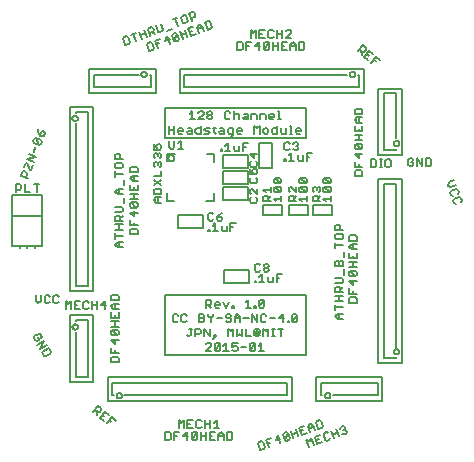
<source format=gto>
G75*
%MOIN*%
%OFA0B0*%
%FSLAX24Y24*%
%IPPOS*%
%LPD*%
%AMOC8*
5,1,8,0,0,1.08239X$1,22.5*
%
%ADD10C,0.0060*%
%ADD11C,0.0050*%
D10*
X003144Y002006D02*
X003311Y002205D01*
X003411Y002121D01*
X003417Y002060D01*
X003361Y001994D01*
X003300Y001988D01*
X003200Y002072D01*
X003266Y002016D02*
X003277Y001894D01*
X003370Y001816D02*
X003503Y001705D01*
X003596Y001627D02*
X003763Y001826D01*
X003896Y001715D01*
X003746Y001671D02*
X003679Y001727D01*
X003520Y001860D02*
X003454Y001916D01*
X003537Y002016D02*
X003370Y001816D01*
X003537Y002016D02*
X003670Y001904D01*
X003732Y003675D02*
X003732Y003805D01*
X003775Y003848D01*
X003949Y003848D01*
X003992Y003805D01*
X003992Y003675D01*
X003732Y003675D01*
X003732Y003969D02*
X003732Y004143D01*
X003862Y004056D02*
X003862Y003969D01*
X003992Y003969D02*
X003732Y003969D01*
X003862Y004264D02*
X003862Y004438D01*
X003992Y004394D02*
X003732Y004394D01*
X003862Y004264D01*
X003949Y004559D02*
X003775Y004559D01*
X003732Y004602D01*
X003732Y004689D01*
X003775Y004732D01*
X003949Y004559D01*
X003992Y004602D01*
X003992Y004689D01*
X003949Y004732D01*
X003775Y004732D01*
X003732Y004853D02*
X003992Y004853D01*
X003862Y004853D02*
X003862Y005027D01*
X003862Y005148D02*
X003862Y005235D01*
X003992Y005321D02*
X003992Y005148D01*
X003732Y005148D01*
X003732Y005321D01*
X003818Y005443D02*
X003732Y005529D01*
X003818Y005616D01*
X003992Y005616D01*
X003992Y005737D02*
X003992Y005867D01*
X003949Y005911D01*
X003775Y005911D01*
X003732Y005867D01*
X003732Y005737D01*
X003992Y005737D01*
X003862Y005616D02*
X003862Y005443D01*
X003818Y005443D02*
X003992Y005443D01*
X003992Y005027D02*
X003732Y005027D01*
X003541Y005432D02*
X003541Y005692D01*
X003411Y005562D01*
X003584Y005562D01*
X003289Y005562D02*
X003116Y005562D01*
X003116Y005432D02*
X003116Y005692D01*
X002995Y005649D02*
X002951Y005692D01*
X002865Y005692D01*
X002821Y005649D01*
X002821Y005475D01*
X002865Y005432D01*
X002951Y005432D01*
X002995Y005475D01*
X002700Y005432D02*
X002527Y005432D01*
X002527Y005692D01*
X002700Y005692D01*
X002613Y005562D02*
X002527Y005562D01*
X002405Y005692D02*
X002405Y005432D01*
X002232Y005432D02*
X002232Y005692D01*
X002319Y005605D01*
X002405Y005692D01*
X001995Y005675D02*
X001951Y005632D01*
X001865Y005632D01*
X001821Y005675D01*
X001821Y005849D01*
X001865Y005892D01*
X001951Y005892D01*
X001995Y005849D01*
X001700Y005849D02*
X001657Y005892D01*
X001570Y005892D01*
X001527Y005849D01*
X001527Y005675D01*
X001570Y005632D01*
X001657Y005632D01*
X001700Y005675D01*
X001405Y005719D02*
X001405Y005892D01*
X001232Y005892D02*
X001232Y005719D01*
X001319Y005632D01*
X001405Y005719D01*
X001331Y004609D02*
X001181Y004523D01*
X001165Y004463D01*
X001208Y004388D01*
X001267Y004372D01*
X001342Y004416D01*
X001299Y004491D01*
X001331Y004609D02*
X001390Y004594D01*
X001433Y004518D01*
X001417Y004459D01*
X001516Y004376D02*
X001377Y004096D01*
X001602Y004226D01*
X001663Y004121D02*
X001728Y004008D01*
X001712Y003949D01*
X001562Y003862D01*
X001503Y003878D01*
X001438Y003991D01*
X001663Y004121D01*
X001516Y004376D02*
X001290Y004246D01*
X003289Y005432D02*
X003289Y005692D01*
X003958Y007491D02*
X003872Y007578D01*
X003958Y007665D01*
X004132Y007665D01*
X004002Y007665D02*
X004002Y007491D01*
X003958Y007491D02*
X004132Y007491D01*
X004132Y007873D02*
X003872Y007873D01*
X003872Y007786D02*
X003872Y007960D01*
X003872Y008081D02*
X004132Y008081D01*
X004002Y008081D02*
X004002Y008254D01*
X004045Y008375D02*
X004045Y008505D01*
X004002Y008549D01*
X003915Y008549D01*
X003872Y008505D01*
X003872Y008375D01*
X004132Y008375D01*
X004132Y008254D02*
X003872Y008254D01*
X004045Y008462D02*
X004132Y008549D01*
X004089Y008670D02*
X004132Y008713D01*
X004132Y008800D01*
X004089Y008843D01*
X003872Y008843D01*
X003872Y008670D02*
X004089Y008670D01*
X004372Y008653D02*
X004502Y008523D01*
X004502Y008696D01*
X004632Y008653D02*
X004372Y008653D01*
X004415Y008817D02*
X004372Y008861D01*
X004372Y008947D01*
X004415Y008991D01*
X004589Y008817D01*
X004632Y008861D01*
X004632Y008947D01*
X004589Y008991D01*
X004415Y008991D01*
X004372Y009112D02*
X004632Y009112D01*
X004502Y009112D02*
X004502Y009285D01*
X004502Y009407D02*
X004502Y009493D01*
X004372Y009407D02*
X004632Y009407D01*
X004632Y009580D01*
X004632Y009701D02*
X004458Y009701D01*
X004372Y009788D01*
X004458Y009875D01*
X004632Y009875D01*
X004632Y009996D02*
X004632Y010126D01*
X004589Y010169D01*
X004415Y010169D01*
X004372Y010126D01*
X004372Y009996D01*
X004632Y009996D01*
X004502Y009875D02*
X004502Y009701D01*
X004372Y009580D02*
X004372Y009407D01*
X004372Y009285D02*
X004632Y009285D01*
X004589Y008817D02*
X004415Y008817D01*
X004175Y008965D02*
X004175Y009138D01*
X004132Y009259D02*
X003958Y009259D01*
X003872Y009346D01*
X003958Y009433D01*
X004132Y009433D01*
X004175Y009554D02*
X004175Y009727D01*
X004132Y009935D02*
X003872Y009935D01*
X003872Y009849D02*
X003872Y010022D01*
X003915Y010143D02*
X004089Y010143D01*
X004132Y010187D01*
X004132Y010273D01*
X004089Y010317D01*
X003915Y010317D01*
X003872Y010273D01*
X003872Y010187D01*
X003915Y010143D01*
X003872Y010438D02*
X003872Y010568D01*
X003915Y010611D01*
X004002Y010611D01*
X004045Y010568D01*
X004045Y010438D01*
X004132Y010438D02*
X003872Y010438D01*
X004002Y009433D02*
X004002Y009259D01*
X004372Y008401D02*
X004372Y008228D01*
X004632Y008228D01*
X004589Y008107D02*
X004415Y008107D01*
X004372Y008063D01*
X004372Y007933D01*
X004632Y007933D01*
X004632Y008063D01*
X004589Y008107D01*
X004502Y008228D02*
X004502Y008315D01*
X005248Y008982D02*
X005162Y009069D01*
X005248Y009155D01*
X005422Y009155D01*
X005422Y009277D02*
X005422Y009407D01*
X005379Y009450D01*
X005205Y009450D01*
X005162Y009407D01*
X005162Y009277D01*
X005422Y009277D01*
X005595Y009308D02*
X005595Y009035D01*
X005848Y009035D01*
X005422Y008982D02*
X005248Y008982D01*
X005292Y008982D02*
X005292Y009155D01*
X005422Y009571D02*
X005162Y009745D01*
X005162Y009866D02*
X005422Y009866D01*
X005422Y010039D01*
X005379Y010161D02*
X005422Y010204D01*
X005422Y010291D01*
X005379Y010334D01*
X005335Y010334D01*
X005292Y010291D01*
X005292Y010247D01*
X005292Y010291D02*
X005248Y010334D01*
X005205Y010334D01*
X005162Y010291D01*
X005162Y010204D01*
X005205Y010161D01*
X005205Y010455D02*
X005162Y010499D01*
X005162Y010585D01*
X005205Y010629D01*
X005248Y010629D01*
X005292Y010585D01*
X005335Y010629D01*
X005379Y010629D01*
X005422Y010585D01*
X005422Y010499D01*
X005379Y010455D01*
X005292Y010542D02*
X005292Y010585D01*
X005292Y010750D02*
X005162Y010750D01*
X005162Y010923D01*
X005248Y010880D02*
X005292Y010923D01*
X005379Y010923D01*
X005422Y010880D01*
X005422Y010793D01*
X005379Y010750D01*
X005292Y010750D02*
X005248Y010837D01*
X005248Y010880D01*
X005552Y011152D02*
X010252Y011152D01*
X010252Y012152D01*
X005552Y012152D01*
X005552Y011152D01*
X005682Y011042D02*
X005682Y010825D01*
X005725Y010782D01*
X005812Y010782D01*
X005855Y010825D01*
X005855Y011042D01*
X005977Y010955D02*
X006063Y011042D01*
X006063Y010782D01*
X005977Y010782D02*
X006150Y010782D01*
X005858Y010609D02*
X005595Y010609D01*
X005595Y010356D01*
X005642Y010462D02*
X005644Y010482D01*
X005650Y010500D01*
X005659Y010518D01*
X005671Y010533D01*
X005686Y010545D01*
X005704Y010554D01*
X005722Y010560D01*
X005742Y010562D01*
X005762Y010560D01*
X005780Y010554D01*
X005798Y010545D01*
X005813Y010533D01*
X005825Y010518D01*
X005834Y010500D01*
X005840Y010482D01*
X005842Y010462D01*
X005840Y010442D01*
X005834Y010424D01*
X005825Y010406D01*
X005813Y010391D01*
X005798Y010379D01*
X005780Y010370D01*
X005762Y010364D01*
X005742Y010362D01*
X005722Y010364D01*
X005704Y010370D01*
X005686Y010379D01*
X005671Y010391D01*
X005659Y010406D01*
X005650Y010424D01*
X005644Y010442D01*
X005642Y010462D01*
X005422Y009745D02*
X005162Y009571D01*
X005673Y011282D02*
X005673Y011542D01*
X005673Y011412D02*
X005846Y011412D01*
X005968Y011412D02*
X005968Y011325D01*
X006011Y011282D01*
X006098Y011282D01*
X006141Y011369D02*
X005968Y011369D01*
X005968Y011412D02*
X006011Y011455D01*
X006098Y011455D01*
X006141Y011412D01*
X006141Y011369D01*
X006262Y011325D02*
X006306Y011369D01*
X006436Y011369D01*
X006436Y011412D02*
X006436Y011282D01*
X006306Y011282D01*
X006262Y011325D01*
X006306Y011455D02*
X006392Y011455D01*
X006436Y011412D01*
X006557Y011412D02*
X006557Y011325D01*
X006600Y011282D01*
X006730Y011282D01*
X006730Y011542D01*
X006730Y011455D02*
X006600Y011455D01*
X006557Y011412D01*
X006852Y011412D02*
X006895Y011369D01*
X006982Y011369D01*
X007025Y011325D01*
X006982Y011282D01*
X006852Y011282D01*
X006852Y011412D02*
X006895Y011455D01*
X007025Y011455D01*
X007146Y011455D02*
X007233Y011455D01*
X007190Y011499D02*
X007190Y011325D01*
X007233Y011282D01*
X007343Y011325D02*
X007386Y011369D01*
X007516Y011369D01*
X007516Y011412D02*
X007516Y011282D01*
X007386Y011282D01*
X007343Y011325D01*
X007386Y011455D02*
X007473Y011455D01*
X007516Y011412D01*
X007637Y011412D02*
X007637Y011325D01*
X007681Y011282D01*
X007811Y011282D01*
X007811Y011239D02*
X007811Y011455D01*
X007681Y011455D01*
X007637Y011412D01*
X007811Y011239D02*
X007767Y011195D01*
X007724Y011195D01*
X007635Y010972D02*
X007635Y010712D01*
X007721Y010712D02*
X007548Y010712D01*
X007444Y010712D02*
X007401Y010712D01*
X007401Y010755D01*
X007444Y010755D01*
X007444Y010712D01*
X007548Y010885D02*
X007635Y010972D01*
X007843Y010885D02*
X007843Y010755D01*
X007886Y010712D01*
X008016Y010712D01*
X008016Y010885D01*
X008137Y010842D02*
X008224Y010842D01*
X008137Y010712D02*
X008137Y010972D01*
X008311Y010972D01*
X008362Y010607D02*
X008492Y010477D01*
X008492Y010650D01*
X008622Y010607D02*
X008362Y010607D01*
X008405Y010355D02*
X008362Y010312D01*
X008362Y010225D01*
X008405Y010182D01*
X008579Y010182D01*
X008622Y010225D01*
X008622Y010312D01*
X008579Y010355D01*
X008579Y010100D02*
X008492Y010100D01*
X008448Y010057D01*
X008448Y010013D01*
X008492Y009927D01*
X008362Y009927D01*
X008362Y010100D01*
X008405Y009805D02*
X008362Y009762D01*
X008362Y009675D01*
X008405Y009632D01*
X008579Y009632D01*
X008622Y009675D01*
X008622Y009762D01*
X008579Y009805D01*
X008579Y009927D02*
X008622Y009970D01*
X008622Y010057D01*
X008579Y010100D01*
X009162Y009751D02*
X009205Y009795D01*
X009379Y009621D01*
X009422Y009665D01*
X009422Y009751D01*
X009379Y009795D01*
X009205Y009795D01*
X009162Y009751D02*
X009162Y009665D01*
X009205Y009621D01*
X009379Y009621D01*
X009379Y009500D02*
X009422Y009457D01*
X009422Y009370D01*
X009379Y009327D01*
X009205Y009500D01*
X009379Y009500D01*
X009379Y009327D02*
X009205Y009327D01*
X009162Y009370D01*
X009162Y009457D01*
X009205Y009500D01*
X009072Y009500D02*
X009072Y009327D01*
X009072Y009413D02*
X008812Y009413D01*
X008898Y009327D01*
X008855Y009205D02*
X008942Y009205D01*
X008985Y009162D01*
X008985Y009032D01*
X008985Y009119D02*
X009072Y009205D01*
X009162Y009119D02*
X009422Y009119D01*
X009422Y009205D02*
X009422Y009032D01*
X009248Y009032D02*
X009162Y009119D01*
X009072Y009032D02*
X008812Y009032D01*
X008812Y009162D01*
X008855Y009205D01*
X008622Y009277D02*
X008448Y009450D01*
X008405Y009450D01*
X008362Y009407D01*
X008362Y009320D01*
X008405Y009277D01*
X008405Y009155D02*
X008362Y009112D01*
X008362Y009025D01*
X008405Y008982D01*
X008579Y008982D01*
X008622Y009025D01*
X008622Y009112D01*
X008579Y009155D01*
X008622Y009277D02*
X008622Y009450D01*
X009522Y010382D02*
X009565Y010382D01*
X009565Y010425D01*
X009522Y010425D01*
X009522Y010382D01*
X009669Y010382D02*
X009843Y010382D01*
X009756Y010382D02*
X009756Y010642D01*
X009669Y010555D01*
X009652Y010732D02*
X009565Y010732D01*
X009522Y010775D01*
X009522Y010949D01*
X009565Y010992D01*
X009652Y010992D01*
X009695Y010949D01*
X009817Y010949D02*
X009860Y010992D01*
X009947Y010992D01*
X009990Y010949D01*
X009990Y010905D01*
X009947Y010862D01*
X009990Y010819D01*
X009990Y010775D01*
X009947Y010732D01*
X009860Y010732D01*
X009817Y010775D01*
X009695Y010775D02*
X009652Y010732D01*
X009903Y010862D02*
X009947Y010862D01*
X009964Y010555D02*
X009964Y010425D01*
X010007Y010382D01*
X010137Y010382D01*
X010137Y010555D01*
X010259Y010512D02*
X010345Y010512D01*
X010259Y010382D02*
X010259Y010642D01*
X010432Y010642D01*
X010026Y011282D02*
X009940Y011282D01*
X009896Y011325D01*
X009896Y011412D01*
X009940Y011455D01*
X010026Y011455D01*
X010070Y011412D01*
X010070Y011369D01*
X009896Y011369D01*
X009787Y011282D02*
X009700Y011282D01*
X009743Y011282D02*
X009743Y011542D01*
X009700Y011542D01*
X009579Y011455D02*
X009579Y011282D01*
X009449Y011282D01*
X009405Y011325D01*
X009405Y011455D01*
X009284Y011455D02*
X009154Y011455D01*
X009111Y011412D01*
X009111Y011325D01*
X009154Y011282D01*
X009284Y011282D01*
X009284Y011542D01*
X009307Y011762D02*
X009394Y011762D01*
X009350Y011762D02*
X009350Y012022D01*
X009307Y012022D01*
X009186Y011892D02*
X009142Y011935D01*
X009056Y011935D01*
X009012Y011892D01*
X009012Y011805D01*
X009056Y011762D01*
X009142Y011762D01*
X009186Y011849D02*
X009012Y011849D01*
X008891Y011892D02*
X008891Y011762D01*
X008891Y011892D02*
X008848Y011935D01*
X008718Y011935D01*
X008718Y011762D01*
X008597Y011762D02*
X008597Y011892D01*
X008553Y011935D01*
X008423Y011935D01*
X008423Y011762D01*
X008302Y011762D02*
X008302Y011892D01*
X008259Y011935D01*
X008172Y011935D01*
X008172Y011849D02*
X008302Y011849D01*
X008302Y011762D02*
X008172Y011762D01*
X008128Y011805D01*
X008172Y011849D01*
X008007Y011892D02*
X008007Y011762D01*
X008007Y011892D02*
X007964Y011935D01*
X007877Y011935D01*
X007834Y011892D01*
X007834Y012022D02*
X007834Y011762D01*
X007713Y011805D02*
X007669Y011762D01*
X007582Y011762D01*
X007539Y011805D01*
X007539Y011979D01*
X007582Y012022D01*
X007669Y012022D01*
X007713Y011979D01*
X007975Y011455D02*
X008062Y011455D01*
X008105Y011412D01*
X008105Y011369D01*
X007932Y011369D01*
X007932Y011412D02*
X007932Y011325D01*
X007975Y011282D01*
X008062Y011282D01*
X007932Y011412D02*
X007975Y011455D01*
X008521Y011542D02*
X008521Y011282D01*
X008608Y011455D02*
X008695Y011542D01*
X008695Y011282D01*
X008816Y011325D02*
X008859Y011282D01*
X008946Y011282D01*
X008989Y011325D01*
X008989Y011412D01*
X008946Y011455D01*
X008859Y011455D01*
X008816Y011412D01*
X008816Y011325D01*
X008608Y011455D02*
X008521Y011542D01*
X009186Y011849D02*
X009186Y011892D01*
X007123Y011849D02*
X007123Y011805D01*
X007080Y011762D01*
X006993Y011762D01*
X006950Y011805D01*
X006950Y011849D01*
X006993Y011892D01*
X007080Y011892D01*
X007123Y011849D01*
X007080Y011892D02*
X007123Y011935D01*
X007123Y011979D01*
X007080Y012022D01*
X006993Y012022D01*
X006950Y011979D01*
X006950Y011935D01*
X006993Y011892D01*
X006829Y011935D02*
X006829Y011979D01*
X006785Y012022D01*
X006699Y012022D01*
X006655Y011979D01*
X006829Y011935D02*
X006655Y011762D01*
X006829Y011762D01*
X006534Y011762D02*
X006360Y011762D01*
X006447Y011762D02*
X006447Y012022D01*
X006360Y011935D01*
X005846Y011542D02*
X005846Y011282D01*
X006926Y010609D02*
X007169Y010609D01*
X007169Y010346D01*
X007169Y009288D02*
X007169Y009035D01*
X006896Y009035D01*
X007025Y008642D02*
X006982Y008599D01*
X006982Y008425D01*
X007025Y008382D01*
X007112Y008382D01*
X007155Y008425D01*
X007277Y008425D02*
X007320Y008382D01*
X007407Y008382D01*
X007450Y008425D01*
X007450Y008469D01*
X007407Y008512D01*
X007277Y008512D01*
X007277Y008425D01*
X007277Y008512D02*
X007363Y008599D01*
X007450Y008642D01*
X007155Y008599D02*
X007112Y008642D01*
X007025Y008642D01*
X007216Y008292D02*
X007216Y008032D01*
X007129Y008032D02*
X007303Y008032D01*
X007424Y008075D02*
X007467Y008032D01*
X007597Y008032D01*
X007597Y008205D01*
X007719Y008162D02*
X007805Y008162D01*
X007719Y008032D02*
X007719Y008292D01*
X007892Y008292D01*
X007424Y008205D02*
X007424Y008075D01*
X007216Y008292D02*
X007129Y008205D01*
X007025Y008075D02*
X007025Y008032D01*
X006982Y008032D01*
X006982Y008075D01*
X007025Y008075D01*
X008532Y006899D02*
X008532Y006725D01*
X008575Y006682D01*
X008662Y006682D01*
X008705Y006725D01*
X008827Y006725D02*
X008827Y006769D01*
X008870Y006812D01*
X008957Y006812D01*
X009000Y006769D01*
X009000Y006725D01*
X008957Y006682D01*
X008870Y006682D01*
X008827Y006725D01*
X008870Y006812D02*
X008827Y006855D01*
X008827Y006899D01*
X008870Y006942D01*
X008957Y006942D01*
X009000Y006899D01*
X009000Y006855D01*
X008957Y006812D01*
X008705Y006899D02*
X008662Y006942D01*
X008575Y006942D01*
X008532Y006899D01*
X008766Y006592D02*
X008679Y006505D01*
X008766Y006592D02*
X008766Y006332D01*
X008679Y006332D02*
X008853Y006332D01*
X008974Y006375D02*
X009017Y006332D01*
X009147Y006332D01*
X009147Y006505D01*
X009269Y006462D02*
X009355Y006462D01*
X009269Y006332D02*
X009269Y006592D01*
X009442Y006592D01*
X008974Y006505D02*
X008974Y006375D01*
X008575Y006375D02*
X008575Y006332D01*
X008532Y006332D01*
X008532Y006375D01*
X008575Y006375D01*
X008712Y005742D02*
X008669Y005699D01*
X008669Y005525D01*
X008842Y005699D01*
X008842Y005525D01*
X008799Y005482D01*
X008712Y005482D01*
X008669Y005525D01*
X008565Y005525D02*
X008565Y005482D01*
X008521Y005482D01*
X008521Y005525D01*
X008565Y005525D01*
X008400Y005482D02*
X008227Y005482D01*
X008313Y005482D02*
X008313Y005742D01*
X008227Y005655D01*
X008448Y005262D02*
X008621Y005002D01*
X008621Y005262D01*
X008742Y005219D02*
X008742Y005045D01*
X008786Y005002D01*
X008872Y005002D01*
X008916Y005045D01*
X009037Y005132D02*
X009210Y005132D01*
X009332Y005132D02*
X009462Y005262D01*
X009462Y005002D01*
X009505Y005132D02*
X009332Y005132D01*
X009626Y005045D02*
X009670Y005045D01*
X009670Y005002D01*
X009626Y005002D01*
X009626Y005045D01*
X009774Y005045D02*
X009947Y005219D01*
X009947Y005045D01*
X009904Y005002D01*
X009817Y005002D01*
X009774Y005045D01*
X009774Y005219D01*
X009817Y005262D01*
X009904Y005262D01*
X009947Y005219D01*
X009480Y004782D02*
X009307Y004782D01*
X009394Y004782D02*
X009394Y004522D01*
X009197Y004522D02*
X009111Y004522D01*
X009154Y004522D02*
X009154Y004782D01*
X009111Y004782D02*
X009197Y004782D01*
X008989Y004782D02*
X008989Y004522D01*
X008816Y004522D02*
X008816Y004782D01*
X008903Y004695D01*
X008989Y004782D01*
X008695Y004739D02*
X008695Y004652D01*
X008651Y004609D01*
X008651Y004695D01*
X008565Y004695D01*
X008565Y004609D01*
X008651Y004609D01*
X008695Y004565D02*
X008651Y004522D01*
X008565Y004522D01*
X008521Y004565D01*
X008521Y004739D01*
X008565Y004782D01*
X008651Y004782D01*
X008695Y004739D01*
X008448Y005002D02*
X008448Y005262D01*
X008326Y005132D02*
X008153Y005132D01*
X008032Y005132D02*
X007858Y005132D01*
X007858Y005175D02*
X007945Y005262D01*
X008032Y005175D01*
X008032Y005002D01*
X007858Y005002D02*
X007858Y005175D01*
X007737Y005219D02*
X007694Y005262D01*
X007607Y005262D01*
X007564Y005219D01*
X007564Y005175D01*
X007607Y005132D01*
X007694Y005132D01*
X007737Y005089D01*
X007737Y005045D01*
X007694Y005002D01*
X007607Y005002D01*
X007564Y005045D01*
X007442Y005132D02*
X007269Y005132D01*
X007148Y005219D02*
X007148Y005262D01*
X007148Y005219D02*
X007061Y005132D01*
X007061Y005002D01*
X007061Y005132D02*
X006974Y005219D01*
X006974Y005262D01*
X006853Y005219D02*
X006853Y005175D01*
X006810Y005132D01*
X006680Y005132D01*
X006810Y005132D02*
X006853Y005089D01*
X006853Y005045D01*
X006810Y005002D01*
X006680Y005002D01*
X006680Y005262D01*
X006810Y005262D01*
X006853Y005219D01*
X006901Y005482D02*
X006901Y005742D01*
X007031Y005742D01*
X007074Y005699D01*
X007074Y005612D01*
X007031Y005569D01*
X006901Y005569D01*
X006987Y005569D02*
X007074Y005482D01*
X007195Y005525D02*
X007195Y005612D01*
X007239Y005655D01*
X007325Y005655D01*
X007369Y005612D01*
X007369Y005569D01*
X007195Y005569D01*
X007195Y005525D02*
X007239Y005482D01*
X007325Y005482D01*
X007490Y005655D02*
X007577Y005482D01*
X007663Y005655D01*
X007785Y005525D02*
X007828Y005525D01*
X007828Y005482D01*
X007785Y005482D01*
X007785Y005525D01*
X007811Y004782D02*
X007811Y004522D01*
X007932Y004522D02*
X008019Y004609D01*
X008105Y004522D01*
X008105Y004782D01*
X008227Y004782D02*
X008227Y004522D01*
X008400Y004522D01*
X008417Y004302D02*
X008504Y004302D01*
X008547Y004259D01*
X008374Y004085D01*
X008417Y004042D01*
X008504Y004042D01*
X008547Y004085D01*
X008547Y004259D01*
X008669Y004215D02*
X008755Y004302D01*
X008755Y004042D01*
X008669Y004042D02*
X008842Y004042D01*
X008417Y004302D02*
X008374Y004259D01*
X008374Y004085D01*
X008253Y004172D02*
X008079Y004172D01*
X007958Y004172D02*
X007958Y004085D01*
X007915Y004042D01*
X007828Y004042D01*
X007785Y004085D01*
X007785Y004172D02*
X007871Y004215D01*
X007915Y004215D01*
X007958Y004172D01*
X007958Y004302D02*
X007785Y004302D01*
X007785Y004172D01*
X007663Y004042D02*
X007490Y004042D01*
X007577Y004042D02*
X007577Y004302D01*
X007490Y004215D01*
X007369Y004259D02*
X007369Y004085D01*
X007325Y004042D01*
X007239Y004042D01*
X007195Y004085D01*
X007369Y004259D01*
X007325Y004302D01*
X007239Y004302D01*
X007195Y004259D01*
X007195Y004085D01*
X007074Y004042D02*
X006901Y004042D01*
X007074Y004215D01*
X007074Y004259D01*
X007031Y004302D01*
X006944Y004302D01*
X006901Y004259D01*
X006852Y004522D02*
X006852Y004782D01*
X007025Y004522D01*
X007025Y004782D01*
X007190Y004565D02*
X007190Y004522D01*
X007233Y004522D01*
X007233Y004565D01*
X007190Y004565D01*
X007233Y004522D02*
X007146Y004435D01*
X006730Y004652D02*
X006687Y004609D01*
X006557Y004609D01*
X006557Y004522D02*
X006557Y004782D01*
X006687Y004782D01*
X006730Y004739D01*
X006730Y004652D01*
X006436Y004782D02*
X006349Y004782D01*
X006392Y004782D02*
X006392Y004565D01*
X006349Y004522D01*
X006306Y004522D01*
X006262Y004565D01*
X006221Y005002D02*
X006134Y005002D01*
X006090Y005045D01*
X006090Y005219D01*
X006134Y005262D01*
X006221Y005262D01*
X006264Y005219D01*
X006264Y005045D02*
X006221Y005002D01*
X005969Y005045D02*
X005926Y005002D01*
X005839Y005002D01*
X005796Y005045D01*
X005796Y005219D01*
X005839Y005262D01*
X005926Y005262D01*
X005969Y005219D01*
X005552Y005902D02*
X010252Y005902D01*
X010252Y003902D01*
X005552Y003902D01*
X005552Y005902D01*
X007637Y004782D02*
X007637Y004522D01*
X007724Y004695D02*
X007811Y004782D01*
X007932Y004782D02*
X007932Y004522D01*
X007724Y004695D02*
X007637Y004782D01*
X008742Y005219D02*
X008786Y005262D01*
X008872Y005262D01*
X008916Y005219D01*
X008842Y005699D02*
X008799Y005742D01*
X008712Y005742D01*
X011212Y005701D02*
X011472Y005701D01*
X011342Y005701D02*
X011342Y005874D01*
X011385Y005995D02*
X011385Y006125D01*
X011342Y006169D01*
X011255Y006169D01*
X011212Y006125D01*
X011212Y005995D01*
X011472Y005995D01*
X011472Y005874D02*
X011212Y005874D01*
X011385Y006082D02*
X011472Y006169D01*
X011429Y006290D02*
X011472Y006333D01*
X011472Y006420D01*
X011429Y006463D01*
X011212Y006463D01*
X011212Y006290D02*
X011429Y006290D01*
X011672Y006373D02*
X011802Y006243D01*
X011802Y006416D01*
X011932Y006373D02*
X011672Y006373D01*
X011715Y006537D02*
X011672Y006581D01*
X011672Y006667D01*
X011715Y006711D01*
X011889Y006537D01*
X011932Y006581D01*
X011932Y006667D01*
X011889Y006711D01*
X011715Y006711D01*
X011672Y006832D02*
X011932Y006832D01*
X011802Y006832D02*
X011802Y007005D01*
X011802Y007127D02*
X011802Y007213D01*
X011932Y007127D02*
X011932Y007300D01*
X011932Y007421D02*
X011758Y007421D01*
X011672Y007508D01*
X011758Y007595D01*
X011932Y007595D01*
X011932Y007716D02*
X011932Y007846D01*
X011889Y007889D01*
X011715Y007889D01*
X011672Y007846D01*
X011672Y007716D01*
X011932Y007716D01*
X011802Y007595D02*
X011802Y007421D01*
X011672Y007300D02*
X011672Y007127D01*
X011932Y007127D01*
X011932Y007005D02*
X011672Y007005D01*
X011472Y007009D02*
X011472Y006879D01*
X011212Y006879D01*
X011212Y007009D01*
X011255Y007053D01*
X011298Y007053D01*
X011342Y007009D01*
X011342Y006879D01*
X011342Y007009D02*
X011385Y007053D01*
X011429Y007053D01*
X011472Y007009D01*
X011515Y007174D02*
X011515Y007347D01*
X011472Y007555D02*
X011212Y007555D01*
X011212Y007469D02*
X011212Y007642D01*
X011255Y007763D02*
X011212Y007807D01*
X011212Y007893D01*
X011255Y007937D01*
X011429Y007937D01*
X011472Y007893D01*
X011472Y007807D01*
X011429Y007763D01*
X011255Y007763D01*
X011212Y008058D02*
X011212Y008188D01*
X011255Y008231D01*
X011342Y008231D01*
X011385Y008188D01*
X011385Y008058D01*
X011472Y008058D02*
X011212Y008058D01*
X011072Y009032D02*
X011072Y009205D01*
X011072Y009119D02*
X010812Y009119D01*
X010898Y009032D01*
X010722Y009032D02*
X010462Y009032D01*
X010462Y009162D01*
X010505Y009205D01*
X010592Y009205D01*
X010635Y009162D01*
X010635Y009032D01*
X010635Y009119D02*
X010722Y009205D01*
X010679Y009327D02*
X010722Y009370D01*
X010722Y009457D01*
X010679Y009500D01*
X010635Y009500D01*
X010592Y009457D01*
X010592Y009413D01*
X010592Y009457D02*
X010548Y009500D01*
X010505Y009500D01*
X010462Y009457D01*
X010462Y009370D01*
X010505Y009327D01*
X010272Y009370D02*
X010229Y009327D01*
X010055Y009500D01*
X010229Y009500D01*
X010272Y009457D01*
X010272Y009370D01*
X010229Y009327D02*
X010055Y009327D01*
X010012Y009370D01*
X010012Y009457D01*
X010055Y009500D01*
X010055Y009621D02*
X010012Y009665D01*
X010012Y009751D01*
X010055Y009795D01*
X010229Y009621D01*
X010272Y009665D01*
X010272Y009751D01*
X010229Y009795D01*
X010055Y009795D01*
X010055Y009621D02*
X010229Y009621D01*
X009922Y009500D02*
X009922Y009327D01*
X009748Y009500D01*
X009705Y009500D01*
X009662Y009457D01*
X009662Y009370D01*
X009705Y009327D01*
X009705Y009205D02*
X009792Y009205D01*
X009835Y009162D01*
X009835Y009032D01*
X009835Y009119D02*
X009922Y009205D01*
X010012Y009119D02*
X010272Y009119D01*
X010272Y009205D02*
X010272Y009032D01*
X010098Y009032D02*
X010012Y009119D01*
X009922Y009032D02*
X009662Y009032D01*
X009662Y009162D01*
X009705Y009205D01*
X010812Y009370D02*
X010812Y009457D01*
X010855Y009500D01*
X011029Y009327D01*
X011072Y009370D01*
X011072Y009457D01*
X011029Y009500D01*
X010855Y009500D01*
X010855Y009621D02*
X010812Y009665D01*
X010812Y009751D01*
X010855Y009795D01*
X011029Y009621D01*
X011072Y009665D01*
X011072Y009751D01*
X011029Y009795D01*
X010855Y009795D01*
X010855Y009621D02*
X011029Y009621D01*
X011029Y009327D02*
X010855Y009327D01*
X010812Y009370D01*
X011862Y009882D02*
X011862Y010012D01*
X011905Y010055D01*
X012079Y010055D01*
X012122Y010012D01*
X012122Y009882D01*
X011862Y009882D01*
X011862Y010177D02*
X011862Y010350D01*
X011992Y010263D02*
X011992Y010177D01*
X012122Y010177D02*
X011862Y010177D01*
X011992Y010471D02*
X011992Y010645D01*
X012122Y010601D02*
X011862Y010601D01*
X011992Y010471D01*
X012079Y010766D02*
X011905Y010766D01*
X011862Y010809D01*
X011862Y010896D01*
X011905Y010939D01*
X012079Y010766D01*
X012122Y010809D01*
X012122Y010896D01*
X012079Y010939D01*
X011905Y010939D01*
X011862Y011061D02*
X012122Y011061D01*
X011992Y011061D02*
X011992Y011234D01*
X011992Y011355D02*
X011992Y011442D01*
X012122Y011355D02*
X012122Y011529D01*
X012122Y011650D02*
X011948Y011650D01*
X011862Y011737D01*
X011948Y011823D01*
X012122Y011823D01*
X012122Y011945D02*
X011862Y011945D01*
X011862Y012075D01*
X011905Y012118D01*
X012079Y012118D01*
X012122Y012075D01*
X012122Y011945D01*
X011992Y011823D02*
X011992Y011650D01*
X011862Y011529D02*
X011862Y011355D01*
X012122Y011355D01*
X012122Y011234D02*
X011862Y011234D01*
X012396Y010422D02*
X012526Y010422D01*
X012570Y010379D01*
X012570Y010205D01*
X012526Y010162D01*
X012396Y010162D01*
X012396Y010422D01*
X012691Y010422D02*
X012778Y010422D01*
X012734Y010422D02*
X012734Y010162D01*
X012691Y010162D02*
X012778Y010162D01*
X012887Y010205D02*
X012887Y010379D01*
X012931Y010422D01*
X013017Y010422D01*
X013061Y010379D01*
X013061Y010205D01*
X013017Y010162D01*
X012931Y010162D01*
X012887Y010205D01*
X013648Y010245D02*
X013691Y010202D01*
X013778Y010202D01*
X013821Y010245D01*
X013821Y010332D01*
X013735Y010332D01*
X013821Y010419D02*
X013778Y010462D01*
X013691Y010462D01*
X013648Y010419D01*
X013648Y010245D01*
X013943Y010202D02*
X013943Y010462D01*
X014116Y010202D01*
X014116Y010462D01*
X014237Y010462D02*
X014367Y010462D01*
X014411Y010419D01*
X014411Y010245D01*
X014367Y010202D01*
X014237Y010202D01*
X014237Y010462D01*
X015022Y009664D02*
X014970Y009553D01*
X015081Y009501D01*
X015244Y009560D01*
X015245Y009431D02*
X015082Y009372D01*
X015056Y009316D01*
X015086Y009235D01*
X015141Y009209D01*
X015183Y009095D02*
X015157Y009040D01*
X015186Y008958D01*
X015242Y008932D01*
X015183Y009095D02*
X015346Y009154D01*
X015401Y009129D01*
X015431Y009047D01*
X015405Y008991D01*
X015304Y009268D02*
X015330Y009324D01*
X015301Y009405D01*
X015245Y009431D01*
X015185Y009723D02*
X015022Y009664D01*
X011889Y006537D02*
X011715Y006537D01*
X011515Y006585D02*
X011515Y006758D01*
X011672Y006121D02*
X011672Y005948D01*
X011932Y005948D01*
X011889Y005827D02*
X011715Y005827D01*
X011672Y005783D01*
X011672Y005653D01*
X011932Y005653D01*
X011932Y005783D01*
X011889Y005827D01*
X011802Y005948D02*
X011802Y006035D01*
X011472Y005493D02*
X011212Y005493D01*
X011212Y005406D02*
X011212Y005580D01*
X011298Y005285D02*
X011472Y005285D01*
X011342Y005285D02*
X011342Y005111D01*
X011298Y005111D02*
X011212Y005198D01*
X011298Y005285D01*
X011298Y005111D02*
X011472Y005111D01*
X010686Y001728D02*
X010563Y001683D01*
X010652Y001439D01*
X010775Y001483D01*
X010801Y001539D01*
X010741Y001702D01*
X010686Y001728D01*
X010479Y001561D02*
X010539Y001397D01*
X010494Y001520D02*
X010331Y001460D01*
X010316Y001501D02*
X010368Y001612D01*
X010479Y001561D01*
X010316Y001501D02*
X010376Y001338D01*
X010262Y001297D02*
X010099Y001237D01*
X010010Y001482D01*
X010173Y001541D01*
X010136Y001389D02*
X010054Y001360D01*
X009940Y001318D02*
X009777Y001259D01*
X009733Y001381D02*
X009822Y001137D01*
X009693Y001136D02*
X009667Y001080D01*
X009586Y001051D01*
X009530Y001077D01*
X009634Y001299D01*
X009693Y001136D01*
X009634Y001299D02*
X009578Y001325D01*
X009497Y001295D01*
X009471Y001240D01*
X009530Y001077D01*
X009387Y001117D02*
X009224Y001057D01*
X009301Y001224D01*
X009390Y000980D01*
X009065Y001138D02*
X008902Y001079D01*
X008991Y000834D01*
X008862Y000834D02*
X008803Y000997D01*
X008748Y001023D01*
X008625Y000978D01*
X008714Y000734D01*
X008837Y000778D01*
X008862Y000834D01*
X008947Y000957D02*
X009028Y000986D01*
X009896Y001440D02*
X009985Y001196D01*
X010256Y001080D02*
X010367Y001029D01*
X010419Y001140D01*
X010508Y000895D01*
X010622Y000937D02*
X010785Y000996D01*
X010884Y001078D02*
X010939Y001052D01*
X011021Y001082D01*
X011047Y001137D01*
X011176Y001138D02*
X011087Y001383D01*
X010988Y001300D02*
X010932Y001326D01*
X010850Y001297D01*
X010825Y001241D01*
X010884Y001078D01*
X010659Y001089D02*
X010577Y001059D01*
X010533Y001181D02*
X010622Y000937D01*
X010533Y001181D02*
X010696Y001240D01*
X010256Y001080D02*
X010345Y000836D01*
X011131Y001260D02*
X011294Y001320D01*
X011250Y001442D02*
X011339Y001197D01*
X011438Y001280D02*
X011493Y001254D01*
X011575Y001283D01*
X011601Y001339D01*
X011586Y001380D01*
X011530Y001406D01*
X011489Y001391D01*
X011530Y001406D02*
X011556Y001461D01*
X011541Y001502D01*
X011486Y001528D01*
X011404Y001498D01*
X011378Y001443D01*
X007789Y001289D02*
X007789Y001115D01*
X007746Y001072D01*
X007616Y001072D01*
X007616Y001332D01*
X007746Y001332D01*
X007789Y001289D01*
X007495Y001245D02*
X007495Y001072D01*
X007495Y001202D02*
X007321Y001202D01*
X007321Y001245D02*
X007408Y001332D01*
X007495Y001245D01*
X007321Y001245D02*
X007321Y001072D01*
X007200Y001072D02*
X007027Y001072D01*
X007027Y001332D01*
X007200Y001332D01*
X007174Y001472D02*
X007347Y001472D01*
X007261Y001472D02*
X007261Y001732D01*
X007174Y001645D01*
X007053Y001602D02*
X006879Y001602D01*
X006879Y001472D02*
X006879Y001732D01*
X006758Y001689D02*
X006715Y001732D01*
X006628Y001732D01*
X006585Y001689D01*
X006585Y001515D01*
X006628Y001472D01*
X006715Y001472D01*
X006758Y001515D01*
X006732Y001332D02*
X006732Y001072D01*
X006611Y001115D02*
X006567Y001072D01*
X006481Y001072D01*
X006437Y001115D01*
X006611Y001289D01*
X006611Y001115D01*
X006732Y001202D02*
X006905Y001202D01*
X007027Y001202D02*
X007113Y001202D01*
X006905Y001332D02*
X006905Y001072D01*
X006611Y001289D02*
X006567Y001332D01*
X006481Y001332D01*
X006437Y001289D01*
X006437Y001115D01*
X006316Y001202D02*
X006143Y001202D01*
X006273Y001332D01*
X006273Y001072D01*
X006021Y001332D02*
X005848Y001332D01*
X005848Y001072D01*
X005727Y001115D02*
X005727Y001289D01*
X005683Y001332D01*
X005553Y001332D01*
X005553Y001072D01*
X005683Y001072D01*
X005727Y001115D01*
X005848Y001202D02*
X005935Y001202D01*
X005995Y001472D02*
X005995Y001732D01*
X006082Y001645D01*
X006169Y001732D01*
X006169Y001472D01*
X006290Y001472D02*
X006463Y001472D01*
X006377Y001602D02*
X006290Y001602D01*
X006290Y001732D02*
X006290Y001472D01*
X006290Y001732D02*
X006463Y001732D01*
X007053Y001732D02*
X007053Y001472D01*
X001258Y009332D02*
X001258Y009592D01*
X001171Y009592D02*
X001345Y009592D01*
X001050Y009332D02*
X000877Y009332D01*
X000877Y009592D01*
X000755Y009549D02*
X000755Y009462D01*
X000712Y009419D01*
X000582Y009419D01*
X000582Y009332D02*
X000582Y009592D01*
X000712Y009592D01*
X000755Y009549D01*
X000903Y009820D02*
X000947Y009942D01*
X000921Y009998D01*
X000840Y010028D01*
X000784Y010002D01*
X000740Y009879D01*
X000984Y009790D01*
X001085Y010067D02*
X001144Y010230D01*
X001186Y010344D02*
X000941Y010433D01*
X001245Y010507D01*
X001000Y010596D01*
X001164Y010666D02*
X001223Y010829D01*
X001183Y010972D02*
X001157Y011028D01*
X001187Y011109D01*
X001243Y011135D01*
X001346Y010913D01*
X001402Y010939D01*
X001432Y011020D01*
X001406Y011076D01*
X001243Y011135D01*
X001366Y011219D02*
X001410Y011342D01*
X001466Y011368D01*
X001506Y011353D01*
X001532Y011297D01*
X001503Y011216D01*
X001447Y011190D01*
X001366Y011219D01*
X001314Y011331D01*
X001303Y011427D01*
X001183Y010972D02*
X001346Y010913D01*
X000940Y010304D02*
X001044Y010082D01*
X001085Y010067D01*
X000840Y010156D02*
X000900Y010319D01*
X000940Y010304D01*
X004220Y014240D02*
X004342Y014285D01*
X004368Y014341D01*
X004309Y014504D01*
X004253Y014529D01*
X004131Y014485D01*
X004220Y014240D01*
X004578Y014371D02*
X004489Y014615D01*
X004408Y014586D02*
X004571Y014645D01*
X004685Y014686D02*
X004774Y014442D01*
X004729Y014564D02*
X004892Y014624D01*
X005021Y014624D02*
X005143Y014669D01*
X005169Y014724D01*
X005139Y014806D01*
X005084Y014832D01*
X004962Y014787D01*
X005051Y014543D01*
X004937Y014501D02*
X004848Y014746D01*
X005102Y014654D02*
X005214Y014602D01*
X005313Y014684D02*
X005368Y014658D01*
X005450Y014688D01*
X005476Y014744D01*
X005401Y014947D01*
X005238Y014888D02*
X005313Y014684D01*
X005371Y014445D02*
X005208Y014386D01*
X005297Y014141D01*
X005168Y014141D02*
X005109Y014304D01*
X005053Y014329D01*
X004931Y014285D01*
X005020Y014040D01*
X005142Y014085D01*
X005168Y014141D01*
X005252Y014263D02*
X005334Y014293D01*
X005529Y014364D02*
X005692Y014424D01*
X005607Y014531D02*
X005696Y014286D01*
X005836Y014384D02*
X005939Y014606D01*
X005999Y014443D01*
X005973Y014387D01*
X005891Y014358D01*
X005836Y014384D01*
X005776Y014547D01*
X005802Y014602D01*
X005884Y014632D01*
X005939Y014606D01*
X006038Y014688D02*
X006127Y014444D01*
X006083Y014566D02*
X006246Y014625D01*
X006360Y014667D02*
X006441Y014696D01*
X006404Y014544D02*
X006567Y014604D01*
X006681Y014645D02*
X006622Y014808D01*
X006674Y014919D01*
X006785Y014867D01*
X006844Y014704D01*
X006958Y014746D02*
X006869Y014990D01*
X006991Y015035D01*
X007047Y015009D01*
X007106Y014846D01*
X007080Y014790D01*
X006958Y014746D01*
X006800Y014827D02*
X006637Y014767D01*
X006478Y014848D02*
X006315Y014789D01*
X006404Y014544D01*
X006290Y014503D02*
X006201Y014747D01*
X006199Y014961D02*
X006143Y014987D01*
X006084Y015150D01*
X006110Y015205D01*
X006191Y015235D01*
X006247Y015209D01*
X006306Y015046D01*
X006280Y014990D01*
X006199Y014961D01*
X006435Y015047D02*
X006346Y015291D01*
X006468Y015336D01*
X006524Y015310D01*
X006553Y015228D01*
X006528Y015173D01*
X006405Y015128D01*
X005955Y015149D02*
X005792Y015090D01*
X005874Y015119D02*
X005963Y014875D01*
X005782Y014763D02*
X005619Y014704D01*
X005607Y014531D02*
X005529Y014364D01*
X007953Y014332D02*
X007953Y014072D01*
X008083Y014072D01*
X008127Y014115D01*
X008127Y014289D01*
X008083Y014332D01*
X007953Y014332D01*
X008248Y014332D02*
X008248Y014072D01*
X008248Y014202D02*
X008335Y014202D01*
X008421Y014332D02*
X008248Y014332D01*
X008395Y014472D02*
X008395Y014732D01*
X008482Y014645D01*
X008569Y014732D01*
X008569Y014472D01*
X008690Y014472D02*
X008863Y014472D01*
X008985Y014515D02*
X009028Y014472D01*
X009115Y014472D01*
X009158Y014515D01*
X009279Y014472D02*
X009279Y014732D01*
X009158Y014689D02*
X009115Y014732D01*
X009028Y014732D01*
X008985Y014689D01*
X008985Y014515D01*
X008967Y014332D02*
X009011Y014289D01*
X008837Y014115D01*
X008881Y014072D01*
X008967Y014072D01*
X009011Y014115D01*
X009011Y014289D01*
X008967Y014332D02*
X008881Y014332D01*
X008837Y014289D01*
X008837Y014115D01*
X008716Y014202D02*
X008543Y014202D01*
X008673Y014332D01*
X008673Y014072D01*
X008690Y014472D02*
X008690Y014732D01*
X008863Y014732D01*
X008777Y014602D02*
X008690Y014602D01*
X009132Y014332D02*
X009132Y014072D01*
X009132Y014202D02*
X009305Y014202D01*
X009427Y014202D02*
X009513Y014202D01*
X009427Y014072D02*
X009600Y014072D01*
X009721Y014072D02*
X009721Y014245D01*
X009808Y014332D01*
X009895Y014245D01*
X009895Y014072D01*
X010016Y014072D02*
X010016Y014332D01*
X010146Y014332D01*
X010189Y014289D01*
X010189Y014115D01*
X010146Y014072D01*
X010016Y014072D01*
X009895Y014202D02*
X009721Y014202D01*
X009600Y014332D02*
X009427Y014332D01*
X009427Y014072D01*
X009305Y014072D02*
X009305Y014332D01*
X009453Y014472D02*
X009453Y014732D01*
X009574Y014689D02*
X009617Y014732D01*
X009704Y014732D01*
X009747Y014689D01*
X009747Y014645D01*
X009574Y014472D01*
X009747Y014472D01*
X009453Y014602D02*
X009279Y014602D01*
X011961Y014029D02*
X012129Y014228D01*
X012228Y014144D01*
X012234Y014083D01*
X012178Y014017D01*
X012117Y014012D01*
X012017Y014095D01*
X012084Y014039D02*
X012094Y013917D01*
X012187Y013839D02*
X012320Y013728D01*
X012413Y013650D02*
X012580Y013849D01*
X012713Y013738D01*
X012563Y013694D02*
X012496Y013750D01*
X012487Y013927D02*
X012354Y014039D01*
X012187Y013839D01*
X012271Y013939D02*
X012337Y013883D01*
D11*
X012173Y013436D02*
X006031Y013436D01*
X006031Y012648D01*
X012173Y012648D01*
X012173Y013436D01*
X012015Y013239D02*
X011976Y013239D01*
X012015Y013239D02*
X012015Y012845D01*
X006189Y012845D01*
X006189Y013239D01*
X011622Y013239D01*
X011699Y013260D02*
X011701Y013279D01*
X011707Y013296D01*
X011716Y013312D01*
X011728Y013326D01*
X011743Y013337D01*
X011760Y013345D01*
X011779Y013349D01*
X011797Y013349D01*
X011816Y013345D01*
X011832Y013337D01*
X011848Y013326D01*
X011860Y013312D01*
X011869Y013296D01*
X011875Y013279D01*
X011877Y013260D01*
X011875Y013241D01*
X011869Y013224D01*
X011860Y013208D01*
X011848Y013194D01*
X011833Y013183D01*
X011816Y013175D01*
X011797Y013171D01*
X011779Y013171D01*
X011760Y013175D01*
X011744Y013183D01*
X011728Y013194D01*
X011716Y013208D01*
X011707Y013224D01*
X011701Y013241D01*
X011699Y013260D01*
X012648Y012784D02*
X013436Y012784D01*
X013436Y010580D01*
X012648Y010580D01*
X012648Y012784D01*
X012845Y012627D02*
X013239Y012627D01*
X013239Y011131D01*
X013171Y010964D02*
X013173Y010983D01*
X013179Y011000D01*
X013188Y011016D01*
X013200Y011030D01*
X013215Y011041D01*
X013232Y011049D01*
X013251Y011053D01*
X013269Y011053D01*
X013288Y011049D01*
X013304Y011041D01*
X013320Y011030D01*
X013332Y011016D01*
X013341Y011000D01*
X013347Y010983D01*
X013349Y010964D01*
X013347Y010945D01*
X013341Y010928D01*
X013332Y010912D01*
X013320Y010898D01*
X013305Y010887D01*
X013288Y010879D01*
X013269Y010875D01*
X013251Y010875D01*
X013232Y010879D01*
X013216Y010887D01*
X013200Y010898D01*
X013188Y010912D01*
X013179Y010928D01*
X013173Y010945D01*
X013171Y010964D01*
X013239Y010776D02*
X013239Y010737D01*
X012845Y010737D01*
X012845Y012627D01*
X012648Y009773D02*
X013436Y009773D01*
X013436Y003631D01*
X012648Y003631D01*
X012648Y009773D01*
X012845Y009615D02*
X013239Y009615D01*
X013239Y004182D01*
X013171Y004016D02*
X013173Y004035D01*
X013179Y004052D01*
X013188Y004068D01*
X013200Y004082D01*
X013215Y004093D01*
X013232Y004101D01*
X013251Y004105D01*
X013269Y004105D01*
X013288Y004101D01*
X013304Y004093D01*
X013320Y004082D01*
X013332Y004068D01*
X013341Y004052D01*
X013347Y004035D01*
X013349Y004016D01*
X013347Y003997D01*
X013341Y003980D01*
X013332Y003964D01*
X013320Y003950D01*
X013305Y003939D01*
X013288Y003931D01*
X013269Y003927D01*
X013251Y003927D01*
X013232Y003931D01*
X013216Y003939D01*
X013200Y003950D01*
X013188Y003964D01*
X013179Y003980D01*
X013173Y003997D01*
X013171Y004016D01*
X013239Y003828D02*
X013239Y003789D01*
X012845Y003789D01*
X012845Y009615D01*
X011122Y008902D02*
X011122Y008582D01*
X010482Y008582D01*
X010482Y008902D01*
X011122Y008902D01*
X010322Y008902D02*
X010322Y008582D01*
X009682Y008582D01*
X009682Y008902D01*
X010322Y008902D01*
X009442Y008902D02*
X009442Y008582D01*
X008802Y008582D01*
X008802Y008902D01*
X009442Y008902D01*
X008302Y009062D02*
X007462Y009062D01*
X007462Y009502D01*
X008302Y009502D01*
X008302Y009062D01*
X008302Y009602D02*
X008302Y010042D01*
X007462Y010042D01*
X007462Y009602D01*
X008302Y009602D01*
X008302Y010142D02*
X008302Y010582D01*
X007462Y010582D01*
X007462Y010142D01*
X008302Y010142D01*
X008682Y010142D02*
X008682Y010982D01*
X009122Y010982D01*
X009122Y010142D01*
X008682Y010142D01*
X006822Y008582D02*
X006822Y008142D01*
X005982Y008142D01*
X005982Y008582D01*
X006822Y008582D01*
X007502Y006742D02*
X008342Y006742D01*
X008342Y006302D01*
X007502Y006302D01*
X007502Y006742D01*
X009773Y003156D02*
X009773Y002368D01*
X003631Y002368D01*
X003631Y003156D01*
X009773Y003156D01*
X009615Y002959D02*
X009615Y002565D01*
X004182Y002565D01*
X003927Y002544D02*
X003929Y002563D01*
X003935Y002580D01*
X003944Y002596D01*
X003956Y002610D01*
X003971Y002621D01*
X003988Y002629D01*
X004007Y002633D01*
X004025Y002633D01*
X004044Y002629D01*
X004060Y002621D01*
X004076Y002610D01*
X004088Y002596D01*
X004097Y002580D01*
X004103Y002563D01*
X004105Y002544D01*
X004103Y002525D01*
X004097Y002508D01*
X004088Y002492D01*
X004076Y002478D01*
X004061Y002467D01*
X004044Y002459D01*
X004025Y002455D01*
X004007Y002455D01*
X003988Y002459D01*
X003972Y002467D01*
X003956Y002478D01*
X003944Y002492D01*
X003935Y002508D01*
X003929Y002525D01*
X003927Y002544D01*
X003828Y002565D02*
X003789Y002565D01*
X003789Y002959D01*
X009615Y002959D01*
X010580Y003156D02*
X010580Y002368D01*
X012784Y002368D01*
X012784Y003156D01*
X010580Y003156D01*
X010737Y002959D02*
X012627Y002959D01*
X012627Y002565D01*
X011131Y002565D01*
X010875Y002544D02*
X010877Y002563D01*
X010883Y002580D01*
X010892Y002596D01*
X010904Y002610D01*
X010919Y002621D01*
X010936Y002629D01*
X010955Y002633D01*
X010973Y002633D01*
X010992Y002629D01*
X011008Y002621D01*
X011024Y002610D01*
X011036Y002596D01*
X011045Y002580D01*
X011051Y002563D01*
X011053Y002544D01*
X011051Y002525D01*
X011045Y002508D01*
X011036Y002492D01*
X011024Y002478D01*
X011009Y002467D01*
X010992Y002459D01*
X010973Y002455D01*
X010955Y002455D01*
X010936Y002459D01*
X010920Y002467D01*
X010904Y002478D01*
X010892Y002492D01*
X010883Y002508D01*
X010877Y002525D01*
X010875Y002544D01*
X010776Y002565D02*
X010737Y002565D01*
X010737Y002959D01*
X003156Y003020D02*
X002368Y003020D01*
X002368Y005224D01*
X003156Y005224D01*
X003156Y003020D01*
X002959Y003177D02*
X002565Y003177D01*
X002565Y004673D01*
X002455Y004840D02*
X002457Y004859D01*
X002463Y004876D01*
X002472Y004892D01*
X002484Y004906D01*
X002499Y004917D01*
X002516Y004925D01*
X002535Y004929D01*
X002553Y004929D01*
X002572Y004925D01*
X002588Y004917D01*
X002604Y004906D01*
X002616Y004892D01*
X002625Y004876D01*
X002631Y004859D01*
X002633Y004840D01*
X002631Y004821D01*
X002625Y004804D01*
X002616Y004788D01*
X002604Y004774D01*
X002589Y004763D01*
X002572Y004755D01*
X002553Y004751D01*
X002535Y004751D01*
X002516Y004755D01*
X002500Y004763D01*
X002484Y004774D01*
X002472Y004788D01*
X002463Y004804D01*
X002457Y004821D01*
X002455Y004840D01*
X002565Y005027D02*
X002565Y005067D01*
X002959Y005067D01*
X002959Y003177D01*
X003156Y006031D02*
X002368Y006031D01*
X002368Y012173D01*
X003156Y012173D01*
X003156Y006031D01*
X002959Y006189D02*
X002565Y006189D01*
X002565Y011622D01*
X002455Y011788D02*
X002457Y011807D01*
X002463Y011824D01*
X002472Y011840D01*
X002484Y011854D01*
X002499Y011865D01*
X002516Y011873D01*
X002535Y011877D01*
X002553Y011877D01*
X002572Y011873D01*
X002588Y011865D01*
X002604Y011854D01*
X002616Y011840D01*
X002625Y011824D01*
X002631Y011807D01*
X002633Y011788D01*
X002631Y011769D01*
X002625Y011752D01*
X002616Y011736D01*
X002604Y011722D01*
X002589Y011711D01*
X002572Y011703D01*
X002553Y011699D01*
X002535Y011699D01*
X002516Y011703D01*
X002500Y011711D01*
X002484Y011722D01*
X002472Y011736D01*
X002463Y011752D01*
X002457Y011769D01*
X002455Y011788D01*
X002565Y011976D02*
X002565Y012015D01*
X002959Y012015D01*
X002959Y006189D01*
X001442Y007532D02*
X001192Y007532D01*
X000942Y007532D01*
X000942Y007487D01*
X000942Y007532D02*
X000692Y007532D01*
X000692Y007487D01*
X000692Y007532D02*
X000442Y007532D01*
X000442Y008532D01*
X001442Y008532D01*
X001442Y007532D01*
X001192Y007532D02*
X001192Y007487D01*
X001442Y008532D02*
X001442Y009232D01*
X000442Y009232D01*
X000442Y008532D01*
X003020Y012648D02*
X003020Y013436D01*
X005224Y013436D01*
X005224Y012648D01*
X003020Y012648D01*
X003177Y012845D02*
X003177Y013239D01*
X004673Y013239D01*
X004751Y013260D02*
X004753Y013279D01*
X004759Y013296D01*
X004768Y013312D01*
X004780Y013326D01*
X004795Y013337D01*
X004812Y013345D01*
X004831Y013349D01*
X004849Y013349D01*
X004868Y013345D01*
X004884Y013337D01*
X004900Y013326D01*
X004912Y013312D01*
X004921Y013296D01*
X004927Y013279D01*
X004929Y013260D01*
X004927Y013241D01*
X004921Y013224D01*
X004912Y013208D01*
X004900Y013194D01*
X004885Y013183D01*
X004868Y013175D01*
X004849Y013171D01*
X004831Y013171D01*
X004812Y013175D01*
X004796Y013183D01*
X004780Y013194D01*
X004768Y013208D01*
X004759Y013224D01*
X004753Y013241D01*
X004751Y013260D01*
X005027Y013239D02*
X005067Y013239D01*
X005067Y012845D01*
X003177Y012845D01*
M02*

</source>
